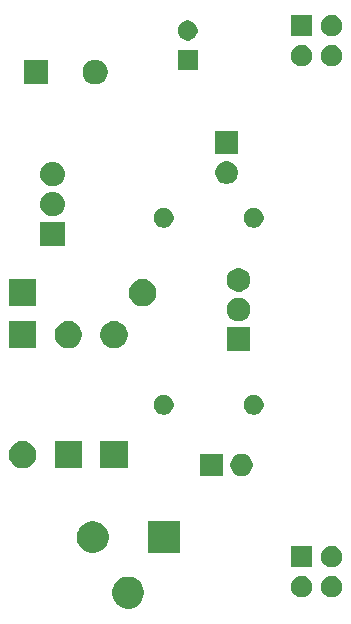
<source format=gbr>
G04 #@! TF.GenerationSoftware,KiCad,Pcbnew,(5.1.6)-1*
G04 #@! TF.CreationDate,2020-10-18T19:43:42+02:00*
G04 #@! TF.ProjectId,BreadboardPowerSupply,42726561-6462-46f6-9172-64506f776572,v1*
G04 #@! TF.SameCoordinates,Original*
G04 #@! TF.FileFunction,Soldermask,Top*
G04 #@! TF.FilePolarity,Negative*
%FSLAX46Y46*%
G04 Gerber Fmt 4.6, Leading zero omitted, Abs format (unit mm)*
G04 Created by KiCad (PCBNEW (5.1.6)-1) date 2020-10-18 19:43:42*
%MOMM*%
%LPD*%
G01*
G04 APERTURE LIST*
%ADD10C,0.100000*%
G04 APERTURE END LIST*
D10*
G36*
X138364072Y-116684918D02*
G01*
X138581908Y-116775148D01*
X138609939Y-116786759D01*
X138721328Y-116861187D01*
X138831211Y-116934609D01*
X139019391Y-117122789D01*
X139167242Y-117344063D01*
X139184720Y-117386259D01*
X139269082Y-117589928D01*
X139321000Y-117850938D01*
X139321000Y-118117062D01*
X139269082Y-118378072D01*
X139167241Y-118623939D01*
X139019390Y-118845212D01*
X138831212Y-119033390D01*
X138609939Y-119181241D01*
X138609938Y-119181242D01*
X138609937Y-119181242D01*
X138364072Y-119283082D01*
X138103063Y-119335000D01*
X137836937Y-119335000D01*
X137575928Y-119283082D01*
X137330063Y-119181242D01*
X137330062Y-119181242D01*
X137330061Y-119181241D01*
X137108788Y-119033390D01*
X136920610Y-118845212D01*
X136772759Y-118623939D01*
X136670918Y-118378072D01*
X136619000Y-118117062D01*
X136619000Y-117850938D01*
X136670918Y-117589928D01*
X136755280Y-117386259D01*
X136772758Y-117344063D01*
X136920609Y-117122789D01*
X137108789Y-116934609D01*
X137218672Y-116861187D01*
X137330061Y-116786759D01*
X137358093Y-116775148D01*
X137575928Y-116684918D01*
X137836937Y-116633000D01*
X138103063Y-116633000D01*
X138364072Y-116684918D01*
G37*
G36*
X155307512Y-116578927D02*
G01*
X155456812Y-116608624D01*
X155620784Y-116676544D01*
X155768354Y-116775147D01*
X155893853Y-116900646D01*
X155992456Y-117048216D01*
X156060376Y-117212188D01*
X156095000Y-117386259D01*
X156095000Y-117563741D01*
X156060376Y-117737812D01*
X155992456Y-117901784D01*
X155893853Y-118049354D01*
X155768354Y-118174853D01*
X155620784Y-118273456D01*
X155456812Y-118341376D01*
X155307512Y-118371073D01*
X155282742Y-118376000D01*
X155105258Y-118376000D01*
X155080488Y-118371073D01*
X154931188Y-118341376D01*
X154767216Y-118273456D01*
X154619646Y-118174853D01*
X154494147Y-118049354D01*
X154395544Y-117901784D01*
X154327624Y-117737812D01*
X154293000Y-117563741D01*
X154293000Y-117386259D01*
X154327624Y-117212188D01*
X154395544Y-117048216D01*
X154494147Y-116900646D01*
X154619646Y-116775147D01*
X154767216Y-116676544D01*
X154931188Y-116608624D01*
X155080488Y-116578927D01*
X155105258Y-116574000D01*
X155282742Y-116574000D01*
X155307512Y-116578927D01*
G37*
G36*
X152767512Y-116578927D02*
G01*
X152916812Y-116608624D01*
X153080784Y-116676544D01*
X153228354Y-116775147D01*
X153353853Y-116900646D01*
X153452456Y-117048216D01*
X153520376Y-117212188D01*
X153555000Y-117386259D01*
X153555000Y-117563741D01*
X153520376Y-117737812D01*
X153452456Y-117901784D01*
X153353853Y-118049354D01*
X153228354Y-118174853D01*
X153080784Y-118273456D01*
X152916812Y-118341376D01*
X152767512Y-118371073D01*
X152742742Y-118376000D01*
X152565258Y-118376000D01*
X152540488Y-118371073D01*
X152391188Y-118341376D01*
X152227216Y-118273456D01*
X152079646Y-118174853D01*
X151954147Y-118049354D01*
X151855544Y-117901784D01*
X151787624Y-117737812D01*
X151753000Y-117563741D01*
X151753000Y-117386259D01*
X151787624Y-117212188D01*
X151855544Y-117048216D01*
X151954147Y-116900646D01*
X152079646Y-116775147D01*
X152227216Y-116676544D01*
X152391188Y-116608624D01*
X152540488Y-116578927D01*
X152565258Y-116574000D01*
X152742742Y-116574000D01*
X152767512Y-116578927D01*
G37*
G36*
X155307512Y-114038927D02*
G01*
X155456812Y-114068624D01*
X155620784Y-114136544D01*
X155768354Y-114235147D01*
X155893853Y-114360646D01*
X155992456Y-114508216D01*
X156060376Y-114672188D01*
X156095000Y-114846259D01*
X156095000Y-115023741D01*
X156060376Y-115197812D01*
X155992456Y-115361784D01*
X155893853Y-115509354D01*
X155768354Y-115634853D01*
X155620784Y-115733456D01*
X155456812Y-115801376D01*
X155307512Y-115831073D01*
X155282742Y-115836000D01*
X155105258Y-115836000D01*
X155080488Y-115831073D01*
X154931188Y-115801376D01*
X154767216Y-115733456D01*
X154619646Y-115634853D01*
X154494147Y-115509354D01*
X154395544Y-115361784D01*
X154327624Y-115197812D01*
X154293000Y-115023741D01*
X154293000Y-114846259D01*
X154327624Y-114672188D01*
X154395544Y-114508216D01*
X154494147Y-114360646D01*
X154619646Y-114235147D01*
X154767216Y-114136544D01*
X154931188Y-114068624D01*
X155080488Y-114038927D01*
X155105258Y-114034000D01*
X155282742Y-114034000D01*
X155307512Y-114038927D01*
G37*
G36*
X153555000Y-115836000D02*
G01*
X151753000Y-115836000D01*
X151753000Y-114034000D01*
X153555000Y-114034000D01*
X153555000Y-115836000D01*
G37*
G36*
X135364072Y-111984918D02*
G01*
X135609939Y-112086759D01*
X135721328Y-112161187D01*
X135831211Y-112234609D01*
X136019391Y-112422789D01*
X136167242Y-112644063D01*
X136269082Y-112889928D01*
X136321000Y-113150937D01*
X136321000Y-113417063D01*
X136269082Y-113678072D01*
X136167242Y-113923937D01*
X136019391Y-114145211D01*
X135831211Y-114333391D01*
X135721328Y-114406813D01*
X135609939Y-114481241D01*
X135609938Y-114481242D01*
X135609937Y-114481242D01*
X135364072Y-114583082D01*
X135103063Y-114635000D01*
X134836937Y-114635000D01*
X134575928Y-114583082D01*
X134330063Y-114481242D01*
X134330062Y-114481242D01*
X134330061Y-114481241D01*
X134218672Y-114406813D01*
X134108789Y-114333391D01*
X133920609Y-114145211D01*
X133772758Y-113923937D01*
X133670918Y-113678072D01*
X133619000Y-113417063D01*
X133619000Y-113150937D01*
X133670918Y-112889928D01*
X133772758Y-112644063D01*
X133920609Y-112422789D01*
X134108789Y-112234609D01*
X134218672Y-112161187D01*
X134330061Y-112086759D01*
X134575928Y-111984918D01*
X134836937Y-111933000D01*
X135103063Y-111933000D01*
X135364072Y-111984918D01*
G37*
G36*
X142321000Y-114635000D02*
G01*
X139619000Y-114635000D01*
X139619000Y-111933000D01*
X142321000Y-111933000D01*
X142321000Y-114635000D01*
G37*
G36*
X147846395Y-106273546D02*
G01*
X148019466Y-106345234D01*
X148019467Y-106345235D01*
X148175227Y-106449310D01*
X148307690Y-106581773D01*
X148343077Y-106634734D01*
X148411766Y-106737534D01*
X148483454Y-106910605D01*
X148520000Y-107094333D01*
X148520000Y-107281667D01*
X148483454Y-107465395D01*
X148411766Y-107638466D01*
X148411765Y-107638467D01*
X148307690Y-107794227D01*
X148175227Y-107926690D01*
X148096818Y-107979081D01*
X148019466Y-108030766D01*
X147846395Y-108102454D01*
X147662667Y-108139000D01*
X147475333Y-108139000D01*
X147291605Y-108102454D01*
X147118534Y-108030766D01*
X147041182Y-107979081D01*
X146962773Y-107926690D01*
X146830310Y-107794227D01*
X146726235Y-107638467D01*
X146726234Y-107638466D01*
X146654546Y-107465395D01*
X146618000Y-107281667D01*
X146618000Y-107094333D01*
X146654546Y-106910605D01*
X146726234Y-106737534D01*
X146794923Y-106634734D01*
X146830310Y-106581773D01*
X146962773Y-106449310D01*
X147118533Y-106345235D01*
X147118534Y-106345234D01*
X147291605Y-106273546D01*
X147475333Y-106237000D01*
X147662667Y-106237000D01*
X147846395Y-106273546D01*
G37*
G36*
X145980000Y-108139000D02*
G01*
X144078000Y-108139000D01*
X144078000Y-106237000D01*
X145980000Y-106237000D01*
X145980000Y-108139000D01*
G37*
G36*
X129256549Y-105170116D02*
G01*
X129367734Y-105192232D01*
X129577203Y-105278997D01*
X129765720Y-105404960D01*
X129926040Y-105565280D01*
X130052003Y-105753797D01*
X130138768Y-105963266D01*
X130183000Y-106185636D01*
X130183000Y-106412364D01*
X130138768Y-106634734D01*
X130052003Y-106844203D01*
X129926040Y-107032720D01*
X129765720Y-107193040D01*
X129577203Y-107319003D01*
X129367734Y-107405768D01*
X129256549Y-107427884D01*
X129145365Y-107450000D01*
X128918635Y-107450000D01*
X128807451Y-107427884D01*
X128696266Y-107405768D01*
X128486797Y-107319003D01*
X128298280Y-107193040D01*
X128137960Y-107032720D01*
X128011997Y-106844203D01*
X127925232Y-106634734D01*
X127881000Y-106412364D01*
X127881000Y-106185636D01*
X127925232Y-105963266D01*
X128011997Y-105753797D01*
X128137960Y-105565280D01*
X128298280Y-105404960D01*
X128486797Y-105278997D01*
X128696266Y-105192232D01*
X128807451Y-105170116D01*
X128918635Y-105148000D01*
X129145365Y-105148000D01*
X129256549Y-105170116D01*
G37*
G36*
X137930000Y-107450000D02*
G01*
X135628000Y-107450000D01*
X135628000Y-105148000D01*
X137930000Y-105148000D01*
X137930000Y-107450000D01*
G37*
G36*
X134056500Y-107450000D02*
G01*
X131754500Y-107450000D01*
X131754500Y-105148000D01*
X134056500Y-105148000D01*
X134056500Y-107450000D01*
G37*
G36*
X141218228Y-101255953D02*
G01*
X141373100Y-101320103D01*
X141512481Y-101413235D01*
X141631015Y-101531769D01*
X141724147Y-101671150D01*
X141788297Y-101826022D01*
X141821000Y-101990434D01*
X141821000Y-102158066D01*
X141788297Y-102322478D01*
X141724147Y-102477350D01*
X141631015Y-102616731D01*
X141512481Y-102735265D01*
X141373100Y-102828397D01*
X141218228Y-102892547D01*
X141053816Y-102925250D01*
X140886184Y-102925250D01*
X140721772Y-102892547D01*
X140566900Y-102828397D01*
X140427519Y-102735265D01*
X140308985Y-102616731D01*
X140215853Y-102477350D01*
X140151703Y-102322478D01*
X140119000Y-102158066D01*
X140119000Y-101990434D01*
X140151703Y-101826022D01*
X140215853Y-101671150D01*
X140308985Y-101531769D01*
X140427519Y-101413235D01*
X140566900Y-101320103D01*
X140721772Y-101255953D01*
X140886184Y-101223250D01*
X141053816Y-101223250D01*
X141218228Y-101255953D01*
G37*
G36*
X148838228Y-101255953D02*
G01*
X148993100Y-101320103D01*
X149132481Y-101413235D01*
X149251015Y-101531769D01*
X149344147Y-101671150D01*
X149408297Y-101826022D01*
X149441000Y-101990434D01*
X149441000Y-102158066D01*
X149408297Y-102322478D01*
X149344147Y-102477350D01*
X149251015Y-102616731D01*
X149132481Y-102735265D01*
X148993100Y-102828397D01*
X148838228Y-102892547D01*
X148673816Y-102925250D01*
X148506184Y-102925250D01*
X148341772Y-102892547D01*
X148186900Y-102828397D01*
X148047519Y-102735265D01*
X147928985Y-102616731D01*
X147835853Y-102477350D01*
X147771703Y-102322478D01*
X147739000Y-102158066D01*
X147739000Y-101990434D01*
X147771703Y-101826022D01*
X147835853Y-101671150D01*
X147928985Y-101531769D01*
X148047519Y-101413235D01*
X148186900Y-101320103D01*
X148341772Y-101255953D01*
X148506184Y-101223250D01*
X148673816Y-101223250D01*
X148838228Y-101255953D01*
G37*
G36*
X148321000Y-97521000D02*
G01*
X146319000Y-97521000D01*
X146319000Y-95519000D01*
X148321000Y-95519000D01*
X148321000Y-97521000D01*
G37*
G36*
X137003549Y-95010116D02*
G01*
X137114734Y-95032232D01*
X137324203Y-95118997D01*
X137512720Y-95244960D01*
X137673040Y-95405280D01*
X137799003Y-95593797D01*
X137885768Y-95803266D01*
X137930000Y-96025636D01*
X137930000Y-96252364D01*
X137885768Y-96474734D01*
X137799003Y-96684203D01*
X137673040Y-96872720D01*
X137512720Y-97033040D01*
X137324203Y-97159003D01*
X137114734Y-97245768D01*
X137003549Y-97267884D01*
X136892365Y-97290000D01*
X136665635Y-97290000D01*
X136554451Y-97267884D01*
X136443266Y-97245768D01*
X136233797Y-97159003D01*
X136045280Y-97033040D01*
X135884960Y-96872720D01*
X135758997Y-96684203D01*
X135672232Y-96474734D01*
X135628000Y-96252364D01*
X135628000Y-96025636D01*
X135672232Y-95803266D01*
X135758997Y-95593797D01*
X135884960Y-95405280D01*
X136045280Y-95244960D01*
X136233797Y-95118997D01*
X136443266Y-95032232D01*
X136554451Y-95010116D01*
X136665635Y-94988000D01*
X136892365Y-94988000D01*
X137003549Y-95010116D01*
G37*
G36*
X133130049Y-95010116D02*
G01*
X133241234Y-95032232D01*
X133450703Y-95118997D01*
X133639220Y-95244960D01*
X133799540Y-95405280D01*
X133925503Y-95593797D01*
X134012268Y-95803266D01*
X134056500Y-96025636D01*
X134056500Y-96252364D01*
X134012268Y-96474734D01*
X133925503Y-96684203D01*
X133799540Y-96872720D01*
X133639220Y-97033040D01*
X133450703Y-97159003D01*
X133241234Y-97245768D01*
X133130049Y-97267884D01*
X133018865Y-97290000D01*
X132792135Y-97290000D01*
X132680951Y-97267884D01*
X132569766Y-97245768D01*
X132360297Y-97159003D01*
X132171780Y-97033040D01*
X132011460Y-96872720D01*
X131885497Y-96684203D01*
X131798732Y-96474734D01*
X131754500Y-96252364D01*
X131754500Y-96025636D01*
X131798732Y-95803266D01*
X131885497Y-95593797D01*
X132011460Y-95405280D01*
X132171780Y-95244960D01*
X132360297Y-95118997D01*
X132569766Y-95032232D01*
X132680951Y-95010116D01*
X132792135Y-94988000D01*
X133018865Y-94988000D01*
X133130049Y-95010116D01*
G37*
G36*
X130183000Y-97290000D02*
G01*
X127881000Y-97290000D01*
X127881000Y-94988000D01*
X130183000Y-94988000D01*
X130183000Y-97290000D01*
G37*
G36*
X147611981Y-93057468D02*
G01*
X147794151Y-93132926D01*
X147958100Y-93242473D01*
X148097527Y-93381900D01*
X148207074Y-93545849D01*
X148282532Y-93728019D01*
X148321000Y-93921410D01*
X148321000Y-94118590D01*
X148282532Y-94311981D01*
X148207074Y-94494151D01*
X148097527Y-94658100D01*
X147958100Y-94797527D01*
X147794151Y-94907074D01*
X147611981Y-94982532D01*
X147418591Y-95021000D01*
X147221409Y-95021000D01*
X147124715Y-95001766D01*
X147028019Y-94982532D01*
X146845849Y-94907074D01*
X146681900Y-94797527D01*
X146542473Y-94658100D01*
X146432926Y-94494151D01*
X146357468Y-94311981D01*
X146319000Y-94118590D01*
X146319000Y-93921410D01*
X146357468Y-93728019D01*
X146432926Y-93545849D01*
X146542473Y-93381900D01*
X146681900Y-93242473D01*
X146845849Y-93132926D01*
X147028019Y-93057468D01*
X147124715Y-93038234D01*
X147221409Y-93019000D01*
X147418591Y-93019000D01*
X147611981Y-93057468D01*
G37*
G36*
X130183000Y-93734000D02*
G01*
X127881000Y-93734000D01*
X127881000Y-91432000D01*
X130183000Y-91432000D01*
X130183000Y-93734000D01*
G37*
G36*
X139416549Y-91454116D02*
G01*
X139527734Y-91476232D01*
X139737203Y-91562997D01*
X139925720Y-91688960D01*
X140086040Y-91849280D01*
X140212003Y-92037797D01*
X140298768Y-92247266D01*
X140343000Y-92469636D01*
X140343000Y-92696364D01*
X140298768Y-92918734D01*
X140212003Y-93128203D01*
X140086040Y-93316720D01*
X139925720Y-93477040D01*
X139737203Y-93603003D01*
X139527734Y-93689768D01*
X139416549Y-93711884D01*
X139305365Y-93734000D01*
X139078635Y-93734000D01*
X138967451Y-93711884D01*
X138856266Y-93689768D01*
X138646797Y-93603003D01*
X138458280Y-93477040D01*
X138297960Y-93316720D01*
X138171997Y-93128203D01*
X138085232Y-92918734D01*
X138041000Y-92696364D01*
X138041000Y-92469636D01*
X138085232Y-92247266D01*
X138171997Y-92037797D01*
X138297960Y-91849280D01*
X138458280Y-91688960D01*
X138646797Y-91562997D01*
X138856266Y-91476232D01*
X138967451Y-91454116D01*
X139078635Y-91432000D01*
X139305365Y-91432000D01*
X139416549Y-91454116D01*
G37*
G36*
X147611981Y-90557468D02*
G01*
X147794151Y-90632926D01*
X147958100Y-90742473D01*
X148097527Y-90881900D01*
X148207074Y-91045849D01*
X148207075Y-91045851D01*
X148282532Y-91228020D01*
X148321000Y-91421409D01*
X148321000Y-91618591D01*
X148301766Y-91715285D01*
X148282532Y-91811981D01*
X148207074Y-91994151D01*
X148097527Y-92158100D01*
X147958100Y-92297527D01*
X147794151Y-92407074D01*
X147611981Y-92482532D01*
X147515285Y-92501766D01*
X147418591Y-92521000D01*
X147221409Y-92521000D01*
X147028019Y-92482532D01*
X146845849Y-92407074D01*
X146681900Y-92297527D01*
X146542473Y-92158100D01*
X146432926Y-91994151D01*
X146357468Y-91811981D01*
X146338234Y-91715285D01*
X146319000Y-91618591D01*
X146319000Y-91421409D01*
X146357468Y-91228020D01*
X146432925Y-91045851D01*
X146432926Y-91045849D01*
X146542473Y-90881900D01*
X146681900Y-90742473D01*
X146845849Y-90632926D01*
X147028019Y-90557468D01*
X147221409Y-90519000D01*
X147418591Y-90519000D01*
X147611981Y-90557468D01*
G37*
G36*
X132623000Y-88633500D02*
G01*
X130521000Y-88633500D01*
X130521000Y-86626500D01*
X132623000Y-86626500D01*
X132623000Y-88633500D01*
G37*
G36*
X148838228Y-85428453D02*
G01*
X148993100Y-85492603D01*
X149132481Y-85585735D01*
X149251015Y-85704269D01*
X149344147Y-85843650D01*
X149408297Y-85998522D01*
X149441000Y-86162934D01*
X149441000Y-86330566D01*
X149408297Y-86494978D01*
X149344147Y-86649850D01*
X149251015Y-86789231D01*
X149132481Y-86907765D01*
X148993100Y-87000897D01*
X148838228Y-87065047D01*
X148673816Y-87097750D01*
X148506184Y-87097750D01*
X148341772Y-87065047D01*
X148186900Y-87000897D01*
X148047519Y-86907765D01*
X147928985Y-86789231D01*
X147835853Y-86649850D01*
X147771703Y-86494978D01*
X147739000Y-86330566D01*
X147739000Y-86162934D01*
X147771703Y-85998522D01*
X147835853Y-85843650D01*
X147928985Y-85704269D01*
X148047519Y-85585735D01*
X148186900Y-85492603D01*
X148341772Y-85428453D01*
X148506184Y-85395750D01*
X148673816Y-85395750D01*
X148838228Y-85428453D01*
G37*
G36*
X141218228Y-85428453D02*
G01*
X141373100Y-85492603D01*
X141512481Y-85585735D01*
X141631015Y-85704269D01*
X141724147Y-85843650D01*
X141788297Y-85998522D01*
X141821000Y-86162934D01*
X141821000Y-86330566D01*
X141788297Y-86494978D01*
X141724147Y-86649850D01*
X141631015Y-86789231D01*
X141512481Y-86907765D01*
X141373100Y-87000897D01*
X141218228Y-87065047D01*
X141053816Y-87097750D01*
X140886184Y-87097750D01*
X140721772Y-87065047D01*
X140566900Y-87000897D01*
X140427519Y-86907765D01*
X140308985Y-86789231D01*
X140215853Y-86649850D01*
X140151703Y-86494978D01*
X140119000Y-86330566D01*
X140119000Y-86162934D01*
X140151703Y-85998522D01*
X140215853Y-85843650D01*
X140308985Y-85704269D01*
X140427519Y-85585735D01*
X140566900Y-85492603D01*
X140721772Y-85428453D01*
X140886184Y-85395750D01*
X141053816Y-85395750D01*
X141218228Y-85428453D01*
G37*
G36*
X131717936Y-84091340D02*
G01*
X131816220Y-84101020D01*
X132005381Y-84158401D01*
X132179712Y-84251583D01*
X132332515Y-84376985D01*
X132457917Y-84529788D01*
X132551099Y-84704119D01*
X132608480Y-84893280D01*
X132627855Y-85090000D01*
X132608480Y-85286720D01*
X132551099Y-85475881D01*
X132457917Y-85650212D01*
X132332515Y-85803015D01*
X132179712Y-85928417D01*
X132005381Y-86021599D01*
X131816220Y-86078980D01*
X131717936Y-86088660D01*
X131668795Y-86093500D01*
X131475205Y-86093500D01*
X131426064Y-86088660D01*
X131327780Y-86078980D01*
X131138619Y-86021599D01*
X130964288Y-85928417D01*
X130811485Y-85803015D01*
X130686083Y-85650212D01*
X130592901Y-85475881D01*
X130535520Y-85286720D01*
X130516145Y-85090000D01*
X130535520Y-84893280D01*
X130592901Y-84704119D01*
X130686083Y-84529788D01*
X130811485Y-84376985D01*
X130964288Y-84251583D01*
X131138619Y-84158401D01*
X131327780Y-84101020D01*
X131426064Y-84091340D01*
X131475205Y-84086500D01*
X131668795Y-84086500D01*
X131717936Y-84091340D01*
G37*
G36*
X131717936Y-81551340D02*
G01*
X131816220Y-81561020D01*
X132005381Y-81618401D01*
X132179712Y-81711583D01*
X132332515Y-81836985D01*
X132457917Y-81989788D01*
X132551099Y-82164119D01*
X132608480Y-82353280D01*
X132627855Y-82550000D01*
X132608480Y-82746720D01*
X132551099Y-82935881D01*
X132457917Y-83110212D01*
X132332515Y-83263015D01*
X132179712Y-83388417D01*
X132005381Y-83481599D01*
X131816220Y-83538980D01*
X131717936Y-83548660D01*
X131668795Y-83553500D01*
X131475205Y-83553500D01*
X131426064Y-83548660D01*
X131327780Y-83538980D01*
X131138619Y-83481599D01*
X130964288Y-83388417D01*
X130811485Y-83263015D01*
X130686083Y-83110212D01*
X130592901Y-82935881D01*
X130535520Y-82746720D01*
X130516145Y-82550000D01*
X130535520Y-82353280D01*
X130592901Y-82164119D01*
X130686083Y-81989788D01*
X130811485Y-81836985D01*
X130964288Y-81711583D01*
X131138619Y-81618401D01*
X131327780Y-81561020D01*
X131426064Y-81551340D01*
X131475205Y-81546500D01*
X131668795Y-81546500D01*
X131717936Y-81551340D01*
G37*
G36*
X146581395Y-81508546D02*
G01*
X146754466Y-81580234D01*
X146754467Y-81580235D01*
X146910227Y-81684310D01*
X147042690Y-81816773D01*
X147042691Y-81816775D01*
X147146766Y-81972534D01*
X147218454Y-82145605D01*
X147255000Y-82329333D01*
X147255000Y-82516667D01*
X147218454Y-82700395D01*
X147146766Y-82873466D01*
X147146765Y-82873467D01*
X147042690Y-83029227D01*
X146910227Y-83161690D01*
X146831818Y-83214081D01*
X146754466Y-83265766D01*
X146581395Y-83337454D01*
X146397667Y-83374000D01*
X146210333Y-83374000D01*
X146026605Y-83337454D01*
X145853534Y-83265766D01*
X145776182Y-83214081D01*
X145697773Y-83161690D01*
X145565310Y-83029227D01*
X145461235Y-82873467D01*
X145461234Y-82873466D01*
X145389546Y-82700395D01*
X145353000Y-82516667D01*
X145353000Y-82329333D01*
X145389546Y-82145605D01*
X145461234Y-81972534D01*
X145565309Y-81816775D01*
X145565310Y-81816773D01*
X145697773Y-81684310D01*
X145853533Y-81580235D01*
X145853534Y-81580234D01*
X146026605Y-81508546D01*
X146210333Y-81472000D01*
X146397667Y-81472000D01*
X146581395Y-81508546D01*
G37*
G36*
X147255000Y-80834000D02*
G01*
X145353000Y-80834000D01*
X145353000Y-78932000D01*
X147255000Y-78932000D01*
X147255000Y-80834000D01*
G37*
G36*
X135481564Y-72903389D02*
G01*
X135579086Y-72943784D01*
X135672835Y-72982616D01*
X135835571Y-73091353D01*
X135844973Y-73097635D01*
X135991365Y-73244027D01*
X136106385Y-73416167D01*
X136185611Y-73607436D01*
X136226000Y-73810484D01*
X136226000Y-74017516D01*
X136185611Y-74220564D01*
X136106385Y-74411833D01*
X136106384Y-74411835D01*
X135991365Y-74583973D01*
X135844973Y-74730365D01*
X135672835Y-74845384D01*
X135672834Y-74845385D01*
X135672833Y-74845385D01*
X135481564Y-74924611D01*
X135278516Y-74965000D01*
X135071484Y-74965000D01*
X134868436Y-74924611D01*
X134677167Y-74845385D01*
X134677166Y-74845385D01*
X134677165Y-74845384D01*
X134505027Y-74730365D01*
X134358635Y-74583973D01*
X134243616Y-74411835D01*
X134243615Y-74411833D01*
X134164389Y-74220564D01*
X134124000Y-74017516D01*
X134124000Y-73810484D01*
X134164389Y-73607436D01*
X134243615Y-73416167D01*
X134358635Y-73244027D01*
X134505027Y-73097635D01*
X134514429Y-73091353D01*
X134677165Y-72982616D01*
X134770914Y-72943784D01*
X134868436Y-72903389D01*
X135071484Y-72863000D01*
X135278516Y-72863000D01*
X135481564Y-72903389D01*
G37*
G36*
X131226000Y-74965000D02*
G01*
X129124000Y-74965000D01*
X129124000Y-72863000D01*
X131226000Y-72863000D01*
X131226000Y-74965000D01*
G37*
G36*
X143853000Y-73749000D02*
G01*
X142151000Y-73749000D01*
X142151000Y-72047000D01*
X143853000Y-72047000D01*
X143853000Y-73749000D01*
G37*
G36*
X152767512Y-71620927D02*
G01*
X152916812Y-71650624D01*
X153080784Y-71718544D01*
X153228354Y-71817147D01*
X153353853Y-71942646D01*
X153452456Y-72090216D01*
X153520376Y-72254188D01*
X153555000Y-72428259D01*
X153555000Y-72605741D01*
X153520376Y-72779812D01*
X153452456Y-72943784D01*
X153353853Y-73091354D01*
X153228354Y-73216853D01*
X153080784Y-73315456D01*
X152916812Y-73383376D01*
X152767512Y-73413073D01*
X152742742Y-73418000D01*
X152565258Y-73418000D01*
X152540488Y-73413073D01*
X152391188Y-73383376D01*
X152227216Y-73315456D01*
X152079646Y-73216853D01*
X151954147Y-73091354D01*
X151855544Y-72943784D01*
X151787624Y-72779812D01*
X151753000Y-72605741D01*
X151753000Y-72428259D01*
X151787624Y-72254188D01*
X151855544Y-72090216D01*
X151954147Y-71942646D01*
X152079646Y-71817147D01*
X152227216Y-71718544D01*
X152391188Y-71650624D01*
X152540488Y-71620927D01*
X152565258Y-71616000D01*
X152742742Y-71616000D01*
X152767512Y-71620927D01*
G37*
G36*
X155307512Y-71620927D02*
G01*
X155456812Y-71650624D01*
X155620784Y-71718544D01*
X155768354Y-71817147D01*
X155893853Y-71942646D01*
X155992456Y-72090216D01*
X156060376Y-72254188D01*
X156095000Y-72428259D01*
X156095000Y-72605741D01*
X156060376Y-72779812D01*
X155992456Y-72943784D01*
X155893853Y-73091354D01*
X155768354Y-73216853D01*
X155620784Y-73315456D01*
X155456812Y-73383376D01*
X155307512Y-73413073D01*
X155282742Y-73418000D01*
X155105258Y-73418000D01*
X155080488Y-73413073D01*
X154931188Y-73383376D01*
X154767216Y-73315456D01*
X154619646Y-73216853D01*
X154494147Y-73091354D01*
X154395544Y-72943784D01*
X154327624Y-72779812D01*
X154293000Y-72605741D01*
X154293000Y-72428259D01*
X154327624Y-72254188D01*
X154395544Y-72090216D01*
X154494147Y-71942646D01*
X154619646Y-71817147D01*
X154767216Y-71718544D01*
X154931188Y-71650624D01*
X155080488Y-71620927D01*
X155105258Y-71616000D01*
X155282742Y-71616000D01*
X155307512Y-71620927D01*
G37*
G36*
X143250228Y-69579703D02*
G01*
X143405100Y-69643853D01*
X143544481Y-69736985D01*
X143663015Y-69855519D01*
X143756147Y-69994900D01*
X143820297Y-70149772D01*
X143853000Y-70314184D01*
X143853000Y-70481816D01*
X143820297Y-70646228D01*
X143756147Y-70801100D01*
X143663015Y-70940481D01*
X143544481Y-71059015D01*
X143405100Y-71152147D01*
X143250228Y-71216297D01*
X143085816Y-71249000D01*
X142918184Y-71249000D01*
X142753772Y-71216297D01*
X142598900Y-71152147D01*
X142459519Y-71059015D01*
X142340985Y-70940481D01*
X142247853Y-70801100D01*
X142183703Y-70646228D01*
X142151000Y-70481816D01*
X142151000Y-70314184D01*
X142183703Y-70149772D01*
X142247853Y-69994900D01*
X142340985Y-69855519D01*
X142459519Y-69736985D01*
X142598900Y-69643853D01*
X142753772Y-69579703D01*
X142918184Y-69547000D01*
X143085816Y-69547000D01*
X143250228Y-69579703D01*
G37*
G36*
X153555000Y-70878000D02*
G01*
X151753000Y-70878000D01*
X151753000Y-69076000D01*
X153555000Y-69076000D01*
X153555000Y-70878000D01*
G37*
G36*
X155307512Y-69080927D02*
G01*
X155456812Y-69110624D01*
X155620784Y-69178544D01*
X155768354Y-69277147D01*
X155893853Y-69402646D01*
X155992456Y-69550216D01*
X156060376Y-69714188D01*
X156095000Y-69888259D01*
X156095000Y-70065741D01*
X156060376Y-70239812D01*
X155992456Y-70403784D01*
X155893853Y-70551354D01*
X155768354Y-70676853D01*
X155620784Y-70775456D01*
X155456812Y-70843376D01*
X155307512Y-70873073D01*
X155282742Y-70878000D01*
X155105258Y-70878000D01*
X155080488Y-70873073D01*
X154931188Y-70843376D01*
X154767216Y-70775456D01*
X154619646Y-70676853D01*
X154494147Y-70551354D01*
X154395544Y-70403784D01*
X154327624Y-70239812D01*
X154293000Y-70065741D01*
X154293000Y-69888259D01*
X154327624Y-69714188D01*
X154395544Y-69550216D01*
X154494147Y-69402646D01*
X154619646Y-69277147D01*
X154767216Y-69178544D01*
X154931188Y-69110624D01*
X155080488Y-69080927D01*
X155105258Y-69076000D01*
X155282742Y-69076000D01*
X155307512Y-69080927D01*
G37*
M02*

</source>
